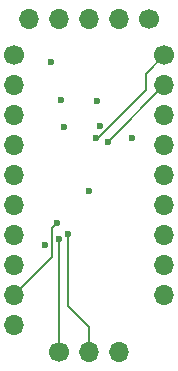
<source format=gbr>
%TF.GenerationSoftware,KiCad,Pcbnew,8.0.5*%
%TF.CreationDate,2025-01-09T20:32:44-08:00*%
%TF.ProjectId,PIC32Flex,50494333-3246-46c6-9578-2e6b69636164,rev?*%
%TF.SameCoordinates,Original*%
%TF.FileFunction,Copper,L4,Bot*%
%TF.FilePolarity,Positive*%
%FSLAX46Y46*%
G04 Gerber Fmt 4.6, Leading zero omitted, Abs format (unit mm)*
G04 Created by KiCad (PCBNEW 8.0.5) date 2025-01-09 20:32:44*
%MOMM*%
%LPD*%
G01*
G04 APERTURE LIST*
%TA.AperFunction,ComponentPad*%
%ADD10C,1.700000*%
%TD*%
%TA.AperFunction,ComponentPad*%
%ADD11O,1.700000X1.700000*%
%TD*%
%TA.AperFunction,ViaPad*%
%ADD12C,0.600000*%
%TD*%
%TA.AperFunction,Conductor*%
%ADD13C,0.200000*%
%TD*%
G04 APERTURE END LIST*
D10*
%TO.P,J1,1,Pin_1*%
%TO.N,/TXD*%
X103837600Y-100170800D03*
D11*
%TO.P,J1,2,Pin_2*%
%TO.N,/RXD*%
X106377600Y-100170800D03*
%TO.P,J1,3,Pin_3*%
%TO.N,GND*%
X108917600Y-100170800D03*
%TD*%
D10*
%TO.P,J3,1,Pin_1*%
%TO.N,/AN1{slash}RA1*%
X112740000Y-75020000D03*
D11*
%TO.P,J3,2,Pin_2*%
%TO.N,/AN0{slash}RA0*%
X112740000Y-77560000D03*
%TO.P,J3,3,Pin_3*%
%TO.N,/AN9{slash}RB15*%
X112740000Y-80100000D03*
%TO.P,J3,4,Pin_4*%
%TO.N,/AN10{slash}RB14*%
X112740000Y-82640000D03*
%TO.P,J3,5,Pin_5*%
%TO.N,/AN11{slash}RB13*%
X112740000Y-85180000D03*
%TO.P,J3,6,Pin_6*%
%TO.N,/AN12{slash}RB12*%
X112740000Y-87720000D03*
%TO.P,J3,7,Pin_7*%
%TO.N,/RB11*%
X112740000Y-90260000D03*
%TO.P,J3,8,Pin_8*%
%TO.N,/RB10*%
X112740000Y-92800000D03*
%TO.P,J3,9,Pin_9*%
%TO.N,/RB9*%
X112740000Y-95340000D03*
%TD*%
%TO.P,J2,5,Pin_5*%
%TO.N,/PGClk*%
X101250000Y-71950000D03*
%TO.P,J2,4,Pin_4*%
%TO.N,/PGData*%
X103790000Y-71950000D03*
%TO.P,J2,3,Pin_3*%
%TO.N,GND*%
X106330000Y-71950000D03*
%TO.P,J2,2,Pin_2*%
%TO.N,+3.3V*%
X108870000Y-71950000D03*
D10*
%TO.P,J2,1,Pin_1*%
%TO.N,/MCLR*%
X111410000Y-71950000D03*
%TD*%
%TO.P,J4,1,Pin_1*%
%TO.N,+3.3V*%
X100040000Y-75020000D03*
D11*
%TO.P,J4,2,Pin_2*%
%TO.N,GND*%
X100040000Y-77560000D03*
%TO.P,J4,3,Pin_3*%
%TO.N,/AN4{slash}RB2*%
X100040000Y-80100000D03*
%TO.P,J4,4,Pin_4*%
%TO.N,/AN5{slash}RB3*%
X100040000Y-82640000D03*
%TO.P,J4,5,Pin_5*%
%TO.N,/RA2*%
X100040000Y-85180000D03*
%TO.P,J4,6,Pin_6*%
%TO.N,/RA3*%
X100040000Y-87720000D03*
%TO.P,J4,7,Pin_7*%
%TO.N,/RB4*%
X100040000Y-90260000D03*
%TO.P,J4,8,Pin_8*%
%TO.N,/RA4*%
X100040000Y-92800000D03*
%TO.P,J4,9,Pin_9*%
%TO.N,/RB5*%
X100040000Y-95340000D03*
%TO.P,J4,10,Pin_10*%
%TO.N,/RB8*%
X100040000Y-97880000D03*
%TD*%
D12*
%TO.N,+3.3V*%
X102637600Y-91100000D03*
X104020000Y-78840000D03*
X109970000Y-82000000D03*
X107020000Y-78870000D03*
%TO.N,GND*%
X107255735Y-81065735D03*
X104280000Y-81090000D03*
X103170000Y-75570000D03*
X106373203Y-86545485D03*
%TO.N,/TXD*%
X103837600Y-90580000D03*
%TO.N,/RXD*%
X104560000Y-90180000D03*
%TO.N,/RB5*%
X103650000Y-89270000D03*
%TO.N,/AN0{slash}RA0*%
X107950000Y-82350000D03*
%TO.N,/AN1{slash}RA1*%
X106980000Y-82010000D03*
%TD*%
D13*
%TO.N,/TXD*%
X103837600Y-90580000D02*
X103837600Y-100170800D01*
%TO.N,/RXD*%
X106377600Y-98067600D02*
X106377600Y-100170800D01*
X104560000Y-96250000D02*
X106377600Y-98067600D01*
X104560000Y-90180000D02*
X104560000Y-96250000D01*
%TO.N,/RB5*%
X103237600Y-92142400D02*
X100040000Y-95340000D01*
X103237600Y-89682400D02*
X103237600Y-92142400D01*
X103650000Y-89270000D02*
X103581471Y-89270000D01*
X103650000Y-89270000D02*
X103237600Y-89682400D01*
%TO.N,/AN0{slash}RA0*%
X107950000Y-82350000D02*
X112740000Y-77560000D01*
%TO.N,/AN1{slash}RA1*%
X111150000Y-78020000D02*
X111150000Y-76610000D01*
X111150000Y-76610000D02*
X112740000Y-75020000D01*
X107160000Y-82010000D02*
X111150000Y-78020000D01*
X106980000Y-82010000D02*
X107160000Y-82010000D01*
%TD*%
M02*

</source>
